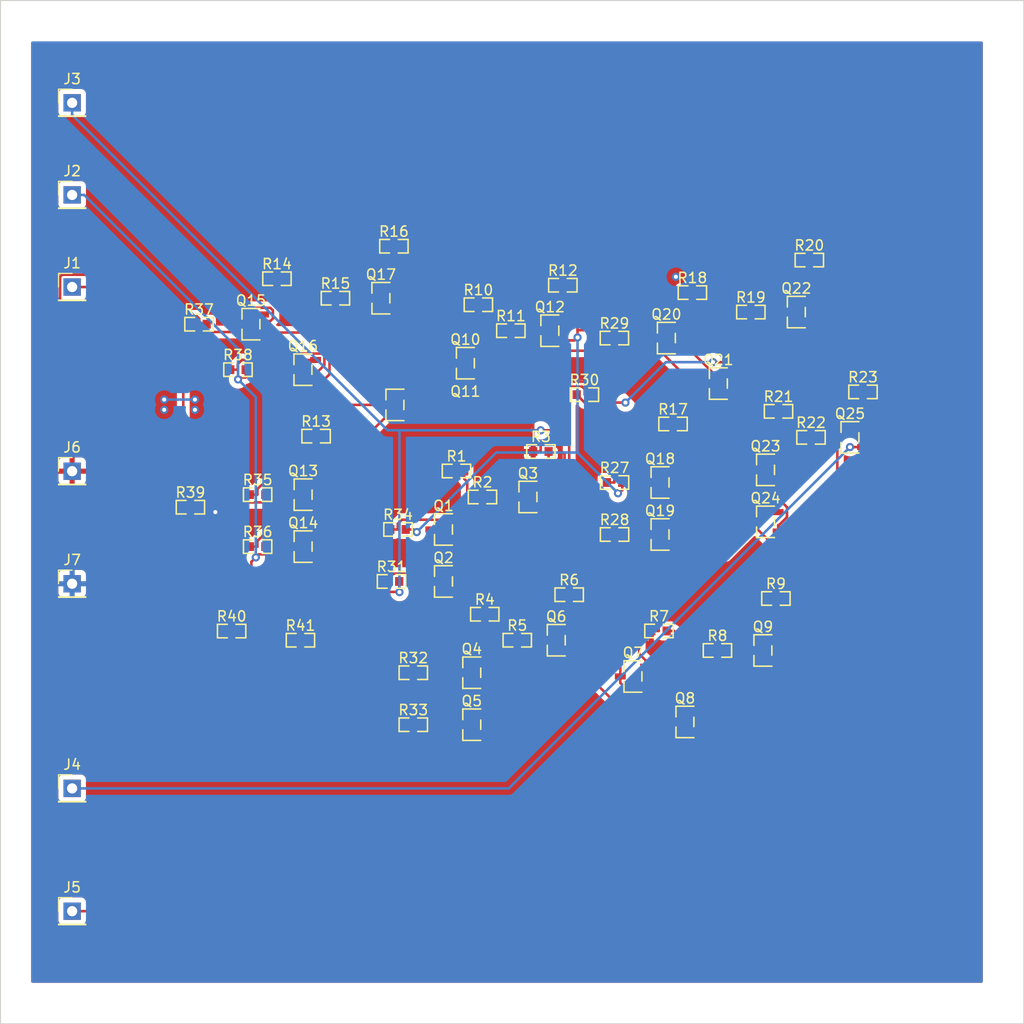
<source format=kicad_pcb>
(kicad_pcb (version 20240108) (generator "pcbnew") (generator_version "8.0")
  (layers (0 "F.Cu" signal) (31 "B.Cu" signal) (34 "B.Paste" user) (35 "F.Paste" user) (36 "B.SilkS" user "B.Silkscreen") (37 "F.SilkS" user "F.Silkscreen") (38 "B.Mask" user) (39 "F.Mask" user) (44 "Edge.Cuts" user))
  (net 0 "")
  (net 1 "Net-(J1-Pin_1)")
  (net 2 "Net-(Q1-B)")
  (net 3 "GND")
  (net 4 "Net-(J3-Pin_1)")
  (net 5 "Net-(Q3-B)")
  (net 6 "Net-(Q4-E)")
  (net 7 "Net-(Q1-C)")
  (net 8 "Net-(Q6-B)")
  (net 9 "Net-(Q1-E)")
  (net 10 "Net-(Q4-C)")
  (net 11 "Net-(Q7-C)")
  (net 12 "Net-(Q9-B)")
  (net 13 "Net-(Q10-C)")
  (net 14 "Net-(Q11-B)")
  (net 15 "Net-(Q10-E)")
  (net 16 "Net-(Q12-B)")
  (net 17 "Net-(Q13-E)")
  (net 18 "Net-(Q15-C)")
  (net 19 "Net-(Q17-B)")
  (net 20 "Net-(Q22-B)")
  (net 21 "Net-(Q23-C)")
  (net 22 "Net-(Q20-C)")
  (net 23 "Net-(Q23-E)")
  (net 24 "Net-(Q22-C)")
  (net 25 "+5V")
  (net 26 "Net-(Q25-B)")
  (net 27 "Net-(Q10-B)")
  (net 28 "Net-(J2-Pin_1)")
  (net 29 "Net-(Q18-C)")
  (net 30 "Net-(Q18-E)")
  (net 31 "Net-(J4-Pin_1)")
  (net 32 "Net-(J5-Pin_1)")
  (net 33 "Net-(Q2-B)")
  (net 34 "Net-(Q4-B)")
  (net 35 "Net-(Q5-B)")
  (net 36 "Net-(Q12-C)")
  (net 37 "Net-(Q13-B)")
  (net 38 "Net-(Q14-B)")
  (net 39 "Net-(Q15-B)")
  (net 40 "Net-(Q16-B)")
  (net 41 "Net-(Q18-B)")
  (net 42 "Net-(Q19-B)")
  (net 43 "Net-(Q20-B)")
  (net 44 "Net-(Q21-B)")
  (net 45 "/ORa")
  (net 46 "/ORb")
  (footprint "R0603:R0603" (layer "F.Cu") (at 79.065 59.52)
    (property "Reference" "R30")
    (property "Value" "10k")
  )
  (footprint "SOT-23-3_L2.9-W1.6-P1.90-LS2.8-BR:SOT-23-3_L2.9-W1.6-P1.90-LS2.8-BR" (layer "F.Cu") (at 76.3115 83.52)
    (property "Reference" "Q6")
    (property "Value" "NPN")
  )
  (footprint "R0603:R0603" (layer "F.Cu") (at 82.0115 68.105)
    (property "Reference" "R27")
    (property "Value" "10k")
  )
  (footprint "SOT-23-3_L2.9-W1.6-P1.90-LS2.8-BR:SOT-23-3_L2.9-W1.6-P1.90-LS2.8-BR" (layer "F.Cu") (at 51.5565 57.08)
    (property "Reference" "Q16")
    (property "Value" "NPN")
  )
  (footprint "R0603:R0603" (layer "F.Cu") (at 47.128 69.29)
    (property "Reference" "R35")
    (property "Value" "10k")
  )
  (footprint "SOT-23-3_L2.9-W1.6-P1.90-LS2.8-BR:SOT-23-3_L2.9-W1.6-P1.90-LS2.8-BR" (layer "F.Cu") (at 67.4315 56.445)
    (property "Reference" "Q10")
    (property "Value" "NPN")
  )
  (footprint "R0603:R0603" (layer "F.Cu") (at 74.8115 65.075)
    (property "Reference" "R3")
    (property "Value" "3k")
  )
  (footprint "SOT-23-3_L2.9-W1.6-P1.90-LS2.8-BR:SOT-23-3_L2.9-W1.6-P1.90-LS2.8-BR" (layer "F.Cu") (at 60.5465 60.52)
    (property "Reference" "Q11")
    (property "Value" "NPN")
  )
  (footprint "SOT-23-3_L2.9-W1.6-P1.90-LS2.8-BR:SOT-23-3_L2.9-W1.6-P1.90-LS2.8-BR" (layer "F.Cu") (at 51.573 74.37)
    (property "Reference" "Q14")
    (property "Value" "NPN")
  )
  (footprint "SOT-23-3_L2.9-W1.6-P1.90-LS2.8-BR:SOT-23-3_L2.9-W1.6-P1.90-LS2.8-BR" (layer "F.Cu") (at 51.573 69.29)
    (property "Reference" "Q13")
    (property "Value" "NPN")
  )
  (footprint "R0603:R0603" (layer "F.Cu") (at 101.045 46.37)
    (property "Reference" "R20")
    (property "Value" "3k")
  )
  (footprint "R0603:R0603" (layer "F.Cu") (at 68.7015 50.73)
    (property "Reference" "R10")
    (property "Value" "3k")
  )
  (footprint "SOT-23-3_L2.9-W1.6-P1.90-LS2.8-BR:SOT-23-3_L2.9-W1.6-P1.90-LS2.8-BR" (layer "F.Cu") (at 83.81 87.06)
    (property "Reference" "Q7")
    (property "Value" "NPN")
  )
  (footprint "SOT-23-3_L2.9-W1.6-P1.90-LS2.8-BR:SOT-23-3_L2.9-W1.6-P1.90-LS2.8-BR" (layer "F.Cu") (at 96.765 66.87)
    (property "Reference" "Q23")
    (property "Value" "NPN")
  )
  (footprint "SOT-23-3_L2.9-W1.6-P1.90-LS2.8-BR:SOT-23-3_L2.9-W1.6-P1.90-LS2.8-BR" (layer "F.Cu") (at 65.2915 77.775)
    (property "Reference" "Q2")
    (property "Value" "NPN")
  )
  (footprint "R0603:R0603" (layer "F.Cu") (at 60.4465 45.015)
    (property "Reference" "R16")
    (property "Value" "3k")
  )
  (footprint "SOT-23-3_L2.9-W1.6-P1.90-LS2.8-BR:SOT-23-3_L2.9-W1.6-P1.90-LS2.8-BR" (layer "F.Cu") (at 68.0565 86.695)
    (property "Reference" "Q4")
    (property "Value" "NPN")
  )
  (footprint "R0603:R0603" (layer "F.Cu") (at 106.29 59.25)
    (property "Reference" "R23")
    (property "Value" "3k")
  )
  (footprint "SOT-23-3_L2.9-W1.6-P1.90-LS2.8-BR:SOT-23-3_L2.9-W1.6-P1.90-LS2.8-BR" (layer "F.Cu") (at 96.51 84.52)
    (property "Reference" "Q9")
    (property "Value" "NPN")
  )
  (footprint "R0603:R0603" (layer "F.Cu") (at 66.5615 66.98)
    (property "Reference" "R1")
    (property "Value" "3k")
  )
  (footprint "Connector_PinHeader_2.54mm:PinHeader_1x01_P2.54mm_Vertical" (layer "F.Cu") (at 29 40)
    (property "Reference" "J2")
    (property "Value" "B")
  )
  (footprint "R0603:R0603" (layer "F.Cu") (at 72.5015 83.52)
    (property "Reference" "R5")
    (property "Value" "1k")
  )
  (footprint "Connector_PinHeader_2.54mm:PinHeader_1x01_P2.54mm_Vertical" (layer "F.Cu") (at 29 67)
    (property "Reference" "J6")
    (property "Value" "5V")
  )
  (footprint "R0603:R0603" (layer "F.Cu") (at 44.588 82.625)
    (property "Reference" "R40")
    (property "Value" "50k")
  )
  (footprint "Connector_PinHeader_2.54mm:PinHeader_1x01_P2.54mm_Vertical" (layer "F.Cu") (at 29 49)
    (property "Reference" "J1")
    (property "Value" "A")
  )
  (footprint "R0603:R0603" (layer "F.Cu") (at 101.21 63.695)
    (property "Reference" "R22")
    (property "Value" "3k")
  )
  (footprint "SOT-23-3_L2.9-W1.6-P1.90-LS2.8-BR:SOT-23-3_L2.9-W1.6-P1.90-LS2.8-BR" (layer "F.Cu") (at 105.02 63.695)
    (property "Reference" "Q25")
    (property "Value" "NPN")
  )
  (footprint "SOT-23-3_L2.9-W1.6-P1.90-LS2.8-BR:SOT-23-3_L2.9-W1.6-P1.90-LS2.8-BR" (layer "F.Cu") (at 75.6865 53.27)
    (property "Reference" "Q12")
    (property "Value" "NPN")
  )
  (footprint "R0603:R0603" (layer "F.Cu") (at 60.2115 77.775)
    (property "Reference" "R31")
    (property "Value" "10k")
  )
  (footprint "R0603:R0603" (layer "F.Cu") (at 52.843 63.575)
    (property "Reference" "R13")
    (property "Value" "3k")
  )
  (footprint "R0603:R0603" (layer "F.Cu") (at 62.3415 91.775)
    (property "Reference" "R33")
    (property "Value" "10k")
  )
  (footprint "R0603:R0603" (layer "F.Cu") (at 62.3415 86.695)
    (property "Reference" "R32")
    (property "Value" "10k")
  )
  (footprint "R0603:R0603" (layer "F.Cu") (at 45.2065 57.08)
    (property "Reference" "R38")
    (property "Value" "10k")
  )
  (footprint "Connector_PinHeader_2.54mm:PinHeader_1x01_P2.54mm_Vertical" (layer "F.Cu") (at 29 110)
    (property "Reference" "J5")
    (property "Value" "CARRY OUT")
  )
  (footprint "R0603:R0603" (layer "F.Cu") (at 98.035 61.15)
    (property "Reference" "R21")
    (property "Value" "3k")
  )
  (footprint "R0603:R0603" (layer "F.Cu") (at 41.3965 52.635)
    (property "Reference" "R37")
    (property "Value" "10k")
  )
  (footprint "Connector_PinHeader_2.54mm:PinHeader_1x01_P2.54mm_Vertical" (layer "F.Cu") (at 29 78)
    (property "Reference" "J7")
    (property "Value" "GROUND")
  )
  (footprint "R0603:R0603" (layer "F.Cu") (at 87.7265 62.385)
    (property "Reference" "R17")
    (property "Value" "3k")
  )
  (footprint "R0603:R0603" (layer "F.Cu") (at 81.995 53.99)
    (property "Reference" "R29")
    (property "Value" "10k")
  )
  (footprint "R0603:R0603" (layer "F.Cu") (at 89.615 49.545)
    (property "Reference" "R18")
    (property "Value" "3k")
  )
  (footprint "R0603:R0603" (layer "F.Cu") (at 40.558 70.52)
    (property "Reference" "R39")
    (property "Value" "50k")
  )
  (footprint "R0603:R0603" (layer "F.Cu") (at 71.8765 53.27)
    (property "Reference" "R11")
    (property "Value" "3k")
  )
  (footprint "Connector_PinHeader_2.54mm:PinHeader_1x01_P2.54mm_Vertical" (layer "F.Cu") (at 29 98)
    (property "Reference" "J4")
    (property "Value" "OUTPUT")
  )
  (footprint "R0603:R0603" (layer "F.Cu") (at 60.8465 72.695)
    (property "Reference" "R34")
    (property "Value" "10k")
  )
  (footprint "R0603:R0603" (layer "F.Cu") (at 51.3115 83.52)
    (property "Reference" "R41")
    (property "Value" "50k")
  )
  (footprint "R0603:R0603" (layer "F.Cu") (at 92.065 84.52)
    (property "Reference" "R8")
    (property "Value" "3k")
  )
  (footprint "R0603:R0603" (layer "F.Cu") (at 49.0165 48.19)
    (property "Reference" "R14")
    (property "Value" "3k")
  )
  (footprint "SOT-23-3_L2.9-W1.6-P1.90-LS2.8-BR:SOT-23-3_L2.9-W1.6-P1.90-LS2.8-BR" (layer "F.Cu") (at 65.2915 72.695)
    (property "Reference" "Q1")
    (property "Value" "NPN")
  )
  (footprint "R0603:R0603" (layer "F.Cu") (at 82.0115 73.185)
    (property "Reference" "R28")
    (property "Value" "10k")
  )
  (footprint "R0603:R0603" (layer "F.Cu") (at 95.33 51.45)
    (property "Reference" "R19")
    (property "Value" "3k")
  )
  (footprint "SOT-23-3_L2.9-W1.6-P1.90-LS2.8-BR:SOT-23-3_L2.9-W1.6-P1.90-LS2.8-BR" (layer "F.Cu") (at 68.0565 91.775)
    (property "Reference" "Q5")
    (property "Value" "NPN")
  )
  (footprint "SOT-23-3_L2.9-W1.6-P1.90-LS2.8-BR:SOT-23-3_L2.9-W1.6-P1.90-LS2.8-BR" (layer "F.Cu") (at 92.155 58.435)
    (property "Reference" "Q21")
    (property "Value" "NPN")
  )
  (footprint "R0603:R0603" (layer "F.Cu") (at 97.78 79.44)
    (property "Reference" "R9")
    (property "Value" "3k")
  )
  (footprint "R0603:R0603" (layer "F.Cu") (at 69.1015 69.52)
    (property "Reference" "R2")
    (property "Value" "1k")
  )
  (footprint "SOT-23-3_L2.9-W1.6-P1.90-LS2.8-BR:SOT-23-3_L2.9-W1.6-P1.90-LS2.8-BR" (layer "F.Cu") (at 99.775 51.45)
    (property "Reference" "Q22")
    (property "Value" "NPN")
  )
  (footprint "SOT-23-3_L2.9-W1.6-P1.90-LS2.8-BR:SOT-23-3_L2.9-W1.6-P1.90-LS2.8-BR" (layer "F.Cu") (at 96.765 71.95)
    (property "Reference" "Q24")
    (property "Value" "NPN")
  )
  (footprint "R0603:R0603" (layer "F.Cu") (at 47.128 74.37)
    (property "Reference" "R36")
    (property "Value" "10k")
  )
  (footprint "SOT-23-3_L2.9-W1.6-P1.90-LS2.8-BR:SOT-23-3_L2.9-W1.6-P1.90-LS2.8-BR" (layer "F.Cu") (at 86.4565 73.185)
    (property "Reference" "Q19")
    (property "Value" "NPN")
  )
  (footprint "R0603:R0603" (layer "F.Cu") (at 86.35 82.615)
    (property "Reference" "R7")
    (property "Value" "3k")
  )
  (footprint "SOT-23-3_L2.9-W1.6-P1.90-LS2.8-BR:SOT-23-3_L2.9-W1.6-P1.90-LS2.8-BR" (layer "F.Cu") (at 88.89 91.505)
    (property "Reference" "Q8")
    (property "Value" "NPN")
  )
  (footprint "R0603:R0603" (layer "F.Cu") (at 54.7315 50.095)
    (property "Reference" "R15")
    (property "Value" "3k")
  )
  (footprint "R0603:R0603" (layer "F.Cu") (at 69.3265 80.98)
    (property "Reference" "R4")
    (property "Value" "1k")
  )
  (footprint "SOT-23-3_L2.9-W1.6-P1.90-LS2.8-BR:SOT-23-3_L2.9-W1.6-P1.90-LS2.8-BR" (layer "F.Cu") (at 59.1765 50.095)
    (property "Reference" "Q17")
    (property "Value" "NPN")
  )
  (footprint "Connector_PinHeader_2.54mm:PinHeader_1x01_P2.54mm_Vertical" (layer "F.Cu") (at 29 31)
    (property "Reference" "J3")
    (property "Value" "C")
  )
  (footprint "R0603:R0603" (layer "F.Cu") (at 76.9565 48.825)
    (property "Reference" "R12")
    (property "Value" "3k")
  )
  (footprint "SOT-23-3_L2.9-W1.6-P1.90-LS2.8-BR:SOT-23-3_L2.9-W1.6-P1.90-LS2.8-BR" (layer "F.Cu") (at 46.4765 52.635)
    (property "Reference" "Q15")
    (property "Value" "NPN")
  )
  (footprint "SOT-23-3_L2.9-W1.6-P1.90-LS2.8-BR:SOT-23-3_L2.9-W1.6-P1.90-LS2.8-BR" (layer "F.Cu") (at 87.075 53.99)
    (property "Reference" "Q20")
    (property "Value" "NPN")
  )
  (footprint "SOT-23-3_L2.9-W1.6-P1.90-LS2.8-BR:SOT-23-3_L2.9-W1.6-P1.90-LS2.8-BR" (layer "F.Cu") (at 73.5465 69.52)
    (property "Reference" "Q3")
    (property "Value" "NPN")
  )
  (footprint "R0603:R0603" (layer "F.Cu") (at 77.5765 79.07)
    (property "Reference" "R6")
    (property "Value" "1k")
  )
  (footprint "SOT-23-3_L2.9-W1.6-P1.90-LS2.8-BR:SOT-23-3_L2.9-W1.6-P1.90-LS2.8-BR" (layer "F.Cu") (at 86.4565 68.105)
    (property "Reference" "Q18")
    (property "Value" "NPN")
  )
  (gr_rect (start 22 21) (end 122 121) (stroke (width 0.1)) (fill none) (layer "Edge.Cuts"))
  (segment (start 41.2024 51.8699) (end 41.4201 52.0876) (width 0.25) (layer "F.Cu") (net 1))
  (segment (start 49.6466 73.7014) (end 51.6037 73.7014) (width 0.25) (layer "F.Cu") (net 1))
  (segment (start 53.0342 72.3059) (end 50.1387 72.3059) (width 0.25) (layer "F.Cu") (net 1))
  (segment (start 53.1784 87.4839) (end 49.4703 83.7758) (width 0.25) (layer "F.Cu") (net 1))
  (segment (start 43.5518 70.0487) (end 43.2644 69.7613) (width 0.25) (layer "F.Cu") (net 1))
  (segment (start 43.2644 69.7613) (end 40.7457 69.7613) (width 0.25) (layer "F.Cu") (net 1))
  (segment (start 49.4703 83.7758) (end 49.4703 73.8777) (width 0.25) (layer "F.Cu") (net 1))
  (segment (start 47.8815 70.0487) (end 43.5518 70.0487) (width 0.25) (layer "F.Cu") (net 1))
  (segment (start 39.8618 52.0988) (end 40.0907 51.8699) (width 0.25) (layer "F.Cu") (net 1))
  (segment (start 51.6037 73.7014) (end 51.9762 74.0739) (width 0.25) (layer "F.Cu") (net 1))
  (segment (start 41.4201 52.0876) (end 41.4201 52.635) (width 0.25) (layer "F.Cu") (net 1))
  (segment (start 50.1387 72.3059) (end 47.8815 70.0487) (width 0.25) (layer "F.Cu") (net 1))
  (segment (start 53.6767 73.9029) (end 53.6767 72.9484) (width 0.25) (layer "F.Cu") (net 1))
  (segment (start 53.6767 72.9484) (end 53.0342 72.3059) (width 0.25) (layer "F.Cu") (net 1))
  (segment (start 39.8618 68.8774) (end 39.8618 52.0988) (width 0.25) (layer "F.Cu") (net 1))
  (segment (start 40.7457 69.7613) (end 40.5345 69.9725) (width 0.25) (layer "F.Cu") (net 1))
  (segment (start 40.0907 51.8699) (end 41.2024 51.8699) (width 0.25) (layer "F.Cu") (net 1))
  (segment (start 40.7457 69.7613) (end 39.8618 68.8774) (width 0.25) (layer "F.Cu") (net 1))
  (segment (start 62.3061 87.4839) (end 53.1784 87.4839) (width 0.25) (layer "F.Cu") (net 1))
  (segment (start 47.8815 69.29) (end 47.8815 70.0487) (width 0.25) (layer "F.Cu") (net 1))
  (segment (start 29 49) (end 36.763 49) (width 0.25) (layer "F.Cu") (net 1))
  (segment (start 51.9762 74.0739) (end 53.5057 74.0739) (width 0.25) (layer "F.Cu") (net 1))
  (segment (start 42.15 52.635) (end 41.4201 52.635) (width 0.25) (layer "F.Cu") (net 1))
  (segment (start 49.4703 73.8777) (end 49.6466 73.7014) (width 0.25) (layer "F.Cu") (net 1))
  (segment (start 53.5057 74.0739) (end 53.6767 73.9029) (width 0.25) (layer "F.Cu") (net 1))
  (segment (start 40.5345 69.9725) (end 40.5345 70.52) (width 0.25) (layer "F.Cu") (net 1))
  (segment (start 36.763 49) (end 39.8618 52.0988) (width 0.25) (layer "F.Cu") (net 1))
  (segment (start 63.095 86.695) (end 62.3061 87.4839) (width 0.25) (layer "F.Cu") (net 1))
  (segment (start 39.8045 70.52) (end 40.5345 70.52) (width 0.25) (layer "F.Cu") (net 1))
  (segment (start 65.6648 71.745) (end 61.2255 71.745) (width 0.25) (layer "F.Cu") (net 2))
  (segment (start 61.2255 71.745) (end 60.823 72.1475) (width 0.25) (layer "F.Cu") (net 2))
  (segment (start 60.093 72.695) (end 60.823 72.695) (width 0.25) (layer "F.Cu") (net 2))
  (segment (start 66.5265 71.745) (end 65.6648 71.745) (width 0.25) (layer "F.Cu") (net 2))
  (segment (start 60.823 72.1475) (end 60.823 72.695) (width 0.25) (layer "F.Cu") (net 2))
  (segment (start 90.5266 91.505) (end 89.2392 91.505) (width 0.25) (layer "F.Cu") (net 3))
  (segment (start 53.1932 60.52) (end 59.3115 60.52) (width 0.25) (layer "F.Cu") (net 3))
  (segment (start 90.92 58.435) (end 90.92 59.0617) (width 0.25) (layer "F.Cu") (net 3))
  (segment (start 38.4796 78) (end 43.1046 82.625) (width 0.25) (layer "F.Cu") (net 3))
  (segment (start 70.3265 58.0217) (end 67.9543 58.0217) (width 0.25) (layer "F.Cu") (net 3))
  (segment (start 46.2159 51.0339) (end 45.2415 52.0083) (width 0.25) (layer "F.Cu") (net 3))
  (segment (start 70.1532 85.2908) (end 70.1532 86.1804) (width 0.25) (layer "F.Cu") (net 3))
  (segment (start 63.3865 55.8183) (end 63.2123 55.9925) (width 0.25) (layer "F.Cu") (net 3))
  (segment (start 75.7822 55.2274) (end 74.4515 53.8967) (width 0.25) (layer "F.Cu") (net 3))
  (segment (start 51.6392 58.966) (end 51.6392 57.8852) (width 0.25) (layer "F.Cu") (net 3))
  (segment (start 67.118 93.3517) (end 69.9744 93.3517) (width 0.25) (layer "F.Cu") (net 3))
  (segment (start 43.8345 82.625) (end 43.1046 82.625) (width 0.25) (layer "F.Cu") (net 3))
  (segment (start 50.923 75.5817) (end 50.338 74.9967) (width 0.25) (layer "F.Cu") (net 3))
  (segment (start 53.0653 57.215) (end 53.6532 56.6271) (width 0.25) (layer "F.Cu") (net 3))
  (segment (start 90.9886 91.043) (end 90.5266 91.505) (width 0.25) (layer "F.Cu") (net 3))
  (segment (start 64.1994 77.1483) (end 66.3436 75.0041) (width 0.25) (layer "F.Cu") (net 3))
  (segment (start 53.6697 68.7754) (end 53.6697 67.2938) (width 0.25) (layer "F.Cu") (net 3))
  (segment (start 85.84 54.6167) (end 89.6583 58.435) (width 0.25) (layer "F.Cu") (net 3))
  (segment (start 72.3115 71.5933) (end 72.3115 70.1467) (width 0.25) (layer "F.Cu") (net 3))
  (segment (start 64.0565 77.775) (end 64.0565 77.1483) (width 0.25) (layer "F.Cu") (net 3))
  (segment (start 50.923 83.6753) (end 51.6491 84.4014) (width 0.25) (layer "F.Cu") (net 3))
  (segment (start 103.785 68.4237) (end 103.785 63.695) (width 0.25) (layer "F.Cu") (net 3))
  (segment (start 48.3208 55.5033) (end 46.8498 54.0323) (width 0.25) (layer "F.Cu") (net 3))
  (segment (start 57.9415 50.095) (end 57.9415 50.7217) (width 0.25) (layer "F.Cu") (net 3))
  (segment (start 51.6491 84.4014) (end 69.2638 84.4014) (width 0.25) (layer "F.Cu") (net 3))
  (segment (start 76.3467 80.886) (end 77.553 79.6797) (width 0.25) (layer "F.Cu") (net 3))
  (segment (start 70.1532 86.1804) (end 69.9619 86.3717) (width 0.25) (layer "F.Cu") (net 3))
  (segment (start 54.4472 93.0552) (end 66.8215 93.0552) (width 0.25) (layer "F.Cu") (net 3))
  (segment (start 78.7954 78.2363) (end 77.553 78.2363) (width 0.25) (layer "F.Cu") (net 3))
  (segment (start 92.0415 83.9694) (end 92.2688 83.7421) (width 0.25) (layer "F.Cu") (net 3))
  (segment (start 92.2688 83.7421) (end 95.1238 83.7421) (width 0.25) (layer "F.Cu") (net 3))
  (segment (start 89.3876 93.0817) (end 90.7954 93.0817) (width 0.25) (layer "F.Cu") (net 3))
  (segment (start 53.1932 60.52) (end 51.6392 58.966) (width 0.25) (layer "F.Cu") (net 3))
  (segment (start 74.5417 80.886) (end 76.3467 80.886) (width 0.25) (layer "F.Cu") (net 3))
  (segment (start 71.6108 72.294) (end 72.3115 71.5933) (width 0.25) (layer "F.Cu") (net 3))
  (segment (start 48.3698 51.0339) (end 46.2159 51.0339) (width 0.25) (layer "F.Cu") (net 3))
  (segment (start 66.8215 91.775) (end 66.8215 92.4017) (width 0.25) (layer "F.Cu") (net 3))
  (segment (start 74.9011 84.3221) (end 72.7377 84.3221) (width 0.25) (layer "F.Cu") (net 3))
  (segment (start 72.3115 69.52) (end 72.3115 70.1467) (width 0.25) (layer "F.Cu") (net 3))
  (segment (start 52.2194 70.9986) (end 51.9425 70.7217) (width 0.25) (layer "F.Cu") (net 3))
  (segment (start 69.9744 93.3517) (end 70.6652 92.6609) (width 0.25) (layer "F.Cu") (net 3))
  (segment (start 67.9543 58.0217) (end 67.4503 57.5177) (width 0.25) (layer "F.Cu") (net 3))
  (segment (start 72.7377 86.2028) (end 72.7377 84.3221) (width 0.25) (layer "F.Cu") (net 3))
  (segment (start 44.5645 82.625) (end 44.5645 83.1725) (width 0.25) (layer "F.Cu") (net 3))
  (segment (start 66.8215 93.0552) (end 67.118 93.3517) (width 0.25) (layer "F.Cu") (net 3))
  (segment (start 50.923 75.9467) (end 50.923 75.5817) (width 0.25) (layer "F.Cu") (net 3))
  (segment (start 72.5251 82.9026) (end 74.5417 80.886) (width 0.25) (layer "F.Cu") (net 3))
  (segment (start 89.2392 91.505) (end 87.655 91.505) (width 0.25) (layer "F.Cu") (net 3))
  (segment (start 95.881 72.5767) (end 95.53 72.5767) (width 0.25) (layer "F.Cu") (net 3))
  (segment (start 68.9007 75.0041) (end 71.6108 72.294) (width 0.25) (layer "F.Cu") (net 3))
  (segment (start 45.2415 52.635) (end 45.2415 52.0083) (width 0.25) (layer "F.Cu") (net 3))
  (segment (start 54.6317 74.8484) (end 54.6317 72.597) (width 0.25) (layer "F.Cu") (net 3))
  (segment (start 50.8609 64.485) (end 50.8609 62.8523) (width 0.25) (layer "F.Cu") (net 3))
  (segment (start 85.84 53.99) (end 85.84 54.6167) (width 0.25) (layer "F.Cu") (net 3))
  (segment (start 72.5251 84.1095) (end 72.5251 82.9026) (width 0.25) (layer "F.Cu") (net 3))
  (segment (start 77.553 78.2363) (end 71.6108 72.294) (width 0.25) (layer "F.Cu") (net 3))
  (segment (start 66.9182 55.8183) (end 63.3865 55.8183) (width 0.25) (layer "F.Cu") (net 3))
  (segment (start 74.4515 53.27) (end 74.4515 53.8967) (width 0.25) (layer "F.Cu") (net 3))
  (segment (start 95.53 71.95) (end 95.53 72.5767) (width 0.25) (layer "F.Cu") (net 3))
  (segment (start 70.6652 92.6609) (end 70.6652 88.2753) (width 0.25) (layer "F.Cu") (net 3))
  (segment (start 54.6317 72.597) (end 53.0333 70.9986) (width 0.25) (layer "F.Cu") (net 3))
  (segment (start 85.2215 73.185) (end 85.2215 73.8117) (width 0.25) (layer "F.Cu") (net 3))
  (segment (start 97.7565 74.4522) (end 103.785 68.4237) (width 0.25) (layer "F.Cu") (net 3))
  (segment (start 53.5334 75.9467) (end 54.6317 74.8484) (width 0.25) (layer "F.Cu") (net 3))
  (segment (start 46.8498 53.1496) (end 47.6733 52.3261) (width 0.25) (layer "F.Cu") (net 3))
  (segment (start 90.92 59.0617) (end 91.87 60.0117) (width 0.25) (layer "F.Cu") (net 3))
  (segment (start 72.7377 84.3221) (end 72.5251 84.1095) (width 0.25) (layer "F.Cu") (net 3))
  (segment (start 82.575 87.6867) (end 84.8166 89.9283) (width 0.25) (layer "F.Cu") (net 3))
  (segment (start 68.4224 87.1575) (end 68.4224 88.073) (width 0.25) (layer "F.Cu") (net 3))
  (segment (start 59.3115 60.52) (end 59.3115 59.8933) (width 0.25) (layer "F.Cu") (net 3))
  (segment (start 50.923 75.9467) (end 50.923 83.52) (width 0.25) (layer "F.Cu") (net 3))
  (segment (start 47.6733 52.3261) (end 48.3743 52.3261) (width 0.25) (layer "F.Cu") (net 3))
  (segment (start 70.6652 88.2753) (end 72.7377 86.2028) (width 0.25) (layer "F.Cu") (net 3))
  (segment (start 43.8345 82.625) (end 44.5645 82.625) (width 0.25) (layer "F.Cu") (net 3))
  (segment (start 68.6247 88.2753) (end 70.6652 88.2753) (width 0.25) (layer "F.Cu") (net 3))
  (segment (start 98.54 55.54) (end 98.54 51.45) (width 0.25) (layer "F.Cu") (net 3))
  (segment (start 29 78) (end 30.1767 78) (width 0.25) (layer "F.Cu") (net 3))
  (segment (start 69.9619 86.3717) (end 69.2082 86.3717) (width 0.25) (layer "F.Cu") (net 3))
  (segment (start 91.87 60.0117) (end 94.0683 60.0117) (width 0.25) (layer "F.Cu") (net 3))
  (segment (start 30.1767 78) (end 38.4796 78) (width 0.25) (layer "F.Cu") (net 3))
  (segment (start 44.5645 83.1725) (end 54.4472 93.0552) (width 0.25) (layer "F.Cu") (net 3))
  (segment (start 95.275 84.52) (end 95.275 83.8933) (width 0.25) (layer "F.Cu") (net 3))
  (segment (start 89.2392 92.9333) (end 89.3876 93.0817) (width 0.25) (layer "F.Cu") (net 3))
  (segment (start 97.7565 81.1094) (end 97.7565 74.4522) (width 0.25) (layer "F.Cu") (net 3))
  (segment (start 90.9886 90.1215) (end 90.9886 91.043) (width 0.25) (layer "F.Cu") (net 3))
  (segment (start 69.2638 84.4014) (end 70.1532 85.2908) (width 0.25) (layer "F.Cu") (net 3))
  (segment (start 67.4503 57.5177) (end 67.4503 56.3504) (width 0.25) (layer "F.Cu") (net 3))
  (segment (start 67.4503 56.3504) (end 66.9182 55.8183) (width 0.25) (layer "F.Cu") (net 3))
  (segment (start 75.0765 84.1467) (end 74.9011 84.3221) (width 0.25) (layer "F.Cu") (net 3))
  (segment (start 82.575 87.06) (end 82.575 87.6867) (width 0.25) (layer "F.Cu") (net 3))
  (segment (start 42.52 70.52) (end 43 71) (width 0.25) (layer "F.Cu") (net 3))
  (segment (start 48.6208 51.2849) (end 48.3698 51.0339) (width 0.25) (layer "F.Cu") (net 3))
  (segment (start 51.9425 70.7217) (end 51.9425 69.7489) (width 0.25) (layer "F.Cu") (net 3))
  (segment (start 41.3115 70.52) (end 42.52 70.52) (width 0.25) (layer "F.Cu") (net 3))
  (segment (start 69.2082 86.3717) (end 68.4224 87.1575) (width 0.25) (layer "F.Cu") (net 3))
  (segment (start 50.3215 57.7067) (end 51.4607 57.7067) (width 0.25) (layer "F.Cu") (net 3))
  (segment (start 85.2215 73.8117) (end 86.625 75.2152) (width 0.25) (layer "F.Cu") (net 3))
  (segment (start 63.2123 55.9925) (end 59.3115 59.8933) (width 0.25) (layer "F.Cu") (net 3))
  (segment (start 95.1238 83.7421) (end 97.7565 81.1094) (width 0.25) (layer "F.Cu") (net 3))
  (segment (start 75.0765 83.52) (end 75.0765 84.1467) (width 0.25) (layer "F.Cu") (net 3))
  (segment (start 89.6583 58.435) (end 90.92 58.435) (width 0.25) (layer "F.Cu") (net 3))
  (segment (start 97.7565 74.4522) (end 95.881 72.5767) (width 0.25) (layer "F.Cu") (net 3))
  (segment (start 77.553 79.6797) (end 77.553 78.2363) (width 0.25) (layer "F.Cu") (net 3))
  (segment (start 46.8498 54.0323) (end 46.8498 53.1496) (width 0.25) (layer "F.Cu") (net 3))
  (segment (start 50.558 83.52) (end 50.923 83.52) (width 0.25) (layer "F.Cu") (net 3))
  (segment (start 66.3436 75.0041) (end 68.9007 75.0041) (width 0.25) (layer "F.Cu") (net 3))
  (segment (start 50.8609 62.8523) (end 53.1932 60.52) (width 0.25) (layer "F.Cu") (net 3))
  (segment (start 66.8215 93.0552) (end 66.8215 92.4017) (width 0.25) (layer "F.Cu") (net 3))
  (segment (start 53.4784 68.9667) (end 53.6697 68.7754) (width 0.25) (layer "F.Cu") (net 3))
  (segment (start 57.9415 50.7217) (end 63.2123 55.9925) (width 0.25) (layer "F.Cu") (net 3))
  (segment (start 50.923 83.52) (end 50.923 83.6753) (width 0.25) (layer "F.Cu") (net 3))
  (segment (start 53.4619 55.5033) (end 48.3208 55.5033) (width 0.25) (layer "F.Cu") (net 3))
  (segment (start 92.0415 91.8356) (end 92.0415 83.9694) (width 0.25) (layer "F.Cu") (net 3))
  (segment (start 48.3743 52.3261) (end 48.6208 52.0796) (width 0.25) (layer "F.Cu") (net 3))
  (segment (start 53.0333 70.9986) (end 52.2194 70.9986) (width 0.25) (layer "F.Cu") (net 3))
  (segment (start 50.338 74.37) (end 50.338 74.9967) (width 0.25) (layer "F.Cu") (net 3))
  (segment (start 95.1238 83.7421) (end 95.275 83.8933) (width 0.25) (layer "F.Cu") (net 3))
  (segment (start 51.4607 57.7067) (end 51.6392 57.8852) (width 0.25) (layer "F.Cu") (net 3))
  (segment (start 94.0683 60.0117) (end 98.54 55.54) (width 0.25) (layer "F.Cu") (net 3))
  (segment (start 82.575 87.06) (end 82.575 82.0159) (width 0.25) (layer "F.Cu") (net 3))
  (segment (start 51.9425 69.7489) (end 52.7247 68.9667) (width 0.25) (layer "F.Cu") (net 3))
  (segment (start 92.8915 75.2152) (end 95.53 72.5767) (width 0.25) (layer "F.Cu") (net 3))
  (segment (start 50.3215 57.08) (end 50.3215 57.7067) (width 0.25) (layer "F.Cu") (net 3))
  (segment (start 90.7954 89.9283) (end 90.9886 90.1215) (width 0.25) (layer "F.Cu") (net 3))
  (segment (start 68.4224 88.073) (end 68.6247 88.2753) (width 0.25) (layer "F.Cu") (net 3))
  (segment (start 85.2293 55.2274) (end 75.7822 55.2274) (width 0.25) (layer "F.Cu") (net 3))
  (segment (start 84.8166 89.9283) (end 90.7954 89.9283) (width 0.25) (layer "F.Cu") (net 3))
  (segment (start 48.6208 52.0796) (end 48.6208 51.2849) (width 0.25) (layer "F.Cu") (net 3))
  (segment (start 52.7247 68.9667) (end 53.4784 68.9667) (width 0.25) (layer "F.Cu") (net 3))
  (segment (start 52.3094 57.215) (end 53.0653 57.215) (width 0.25) (layer "F.Cu") (net 3))
  (segment (start 86.625 75.2152) (end 92.8915 75.2152) (width 0.25) (layer "F.Cu") (net 3))
  (segment (start 85.84 54.6167) (end 85.2293 55.2274) (width 0.25) (layer "F.Cu") (net 3))
  (segment (start 74.4515 53.8967) (end 70.3265 58.0217) (width 0.25) (layer "F.Cu") (net 3))
  (segment (start 89.2392 91.505) (end 89.2392 92.9333) (width 0.25) (layer "F.Cu") (net 3))
  (segment (start 64.0565 77.1483) (end 64.1994 77.1483) (width 0.25) (layer "F.Cu") (net 3))
  (segment (start 82.575 82.0159) (end 78.7954 78.2363) (width 0.25) (layer "F.Cu") (net 3))
  (segment (start 53.6532 56.6271) (end 53.6532 55.6946) (width 0.25) (layer "F.Cu") (net 3))
  (segment (start 90.7954 93.0817) (end 92.0415 91.8356) (width 0.25) (layer "F.Cu") (net 3))
  (segment (start 53.6697 67.2938) (end 50.8609 64.485) (width 0.25) (layer "F.Cu") (net 3))
  (segment (start 51.6392 57.8852) (end 52.3094 57.215) (width 0.25) (layer "F.Cu") (net 3))
  (segment (start 50.923 75.9467) (end 53.5334 75.9467) (width 0.25) (layer "F.Cu") (net 3))
  (segment (start 53.6532 55.6946) (end 53.4619 55.5033) (width 0.25) (layer "F.Cu") (net 3))
  (via (at 43 71) (size 0.8) (drill 0.4) (layers "F.Cu" "B.Cu") (net 3))
  (segment (start 78.8494 58.7334) (end 79.0886 58.9726) (width 0.25) (layer "F.Cu") (net 4))
  (segment (start 79.0886 58.9726) (end 79.0886 59.52) (width 0.25) (layer "F.Cu") (net 4))
  (segment (start 79.8185 59.52) (end 79.0886 59.52) (width 0.25) (layer "F.Cu") (net 4))
  (segment (start 60.9814 78.8148) (end 60.9898 78.8148) (width 0.25) (layer "F.Cu") (net 4))
  (segment (start 60.965 77.775) (end 60.965 78.7984) (width 0.25) (layer "F.Cu") (net 4))
  (segment (start 77.5776 58.8846) (end 77.7288 58.7334) (width 0.25) (layer "F.Cu") (net 4))
  (segment (start 60.965 78.7984) (end 60.9814 78.8148) (width 0.25) (layer "F.Cu") (net 4))
  (segment (start 77.5776 63.0012) (end 77.5776 58.8846) (width 0.25) (layer "F.Cu") (net 4))
  (segment (start 77.7288 58.7334) (end 78.8494 58.7334) (width 0.25) (layer "F.Cu") (net 4))
  (segment (start 77.5776 63.0012) (end 74.7952 63.0012) (width 0.25) (layer "F.Cu") (net 4))
  (segment (start 82.765 73.185) (end 77.5776 67.9976) (width 0.25) (layer "F.Cu") (net 4))
  (segment (start 77.5776 67.9976) (end 77.5776 63.0012) (width 0.25) (layer "F.Cu") (net 4))
  (segment (start 57.5166 78.7984) (end 52.795 83.52) (width 0.25) (layer "F.Cu") (net 4))
  (segment (start 60.965 78.7984) (end 57.5166 78.7984) (width 0.25) (layer "F.Cu") (net 4))
  (segment (start 52.065 83.52) (end 52.795 83.52) (width 0.25) (layer "F.Cu") (net 4))
  (via (at 60.9898 78.8148) (size 0.8) (drill 0.4) (layers "F.Cu" "B.Cu") (net 4))
  (via (at 74.7952 63.0012) (size 0.8) (drill 0.4) (layers "F.Cu" "B.Cu") (net 4))
  (segment (start 60.9898 63.0012) (end 74.7952 63.0012) (width 0.25) (layer "B.Cu") (net 4))
  (segment (start 29 32.1767) (end 59.8245 63.0012) (width 0.25) (layer "B.Cu") (net 4))
  (segment (start 59.8245 63.0012) (end 60.9898 63.0012) (width 0.25) (layer "B.Cu") (net 4))
  (segment (start 29 31) (end 29 32.1767) (width 0.25) (layer "B.Cu") (net 4))
  (segment (start 60.9898 63.0012) (end 60.9898 78.8148) (width 0.25) (layer "B.Cu") (net 4))
  (segment (start 74.7815 68.57) (end 71.535 68.57) (width 0.25) (layer "F.Cu") (net 5))
  (segment (start 71.535 68.57) (end 70.585 69.52) (width 0.25) (layer "F.Cu") (net 5))
  (segment (start 69.855 69.52) (end 70.585 69.52) (width 0.25) (layer "F.Cu") (net 5))
  (segment (start 69.7906 90.027) (end 70.1532 90.3896) (width 0.25) (layer "F.Cu") (net 6))
  (segment (start 69.2915 92.725) (end 69.2915 92.0983) (width 0.25) (layer "F.Cu") (net 6))
  (segment (start 66.8215 86.695) (end 66.8215 87.3217) (width 0.25) (layer "F.Cu") (net 6))
  (segment (start 69.5267 90.0269) (end 69.5267 90.027) (width 0.25) (layer "F.Cu") (net 6))
  (segment (start 69.3698 92.0983) (end 69.2915 92.0983) (width 0.25) (layer "F.Cu") (net 6))
  (segment (start 66.8215 87.3217) (end 69.5267 90.0269) (width 0.25) (layer "F.Cu") (net 6))
  (segment (start 69.5267 90.027) (end 69.7906 90.027) (width 0.25) (layer "F.Cu") (net 6))
  (segment (start 70.1532 91.3149) (end 69.3698 92.0983) (width 0.25) (layer "F.Cu") (net 6))
  (segment (start 70.1532 90.3896) (end 70.1532 91.3149) (width 0.25) (layer "F.Cu") (net 6))
  (segment (start 68.348 72.6852) (end 68.348 69.52) (width 0.25) (layer "F.Cu") (net 7))
  (segment (start 67.3882 73.645) (end 68.348 72.6852) (width 0.25) (layer "F.Cu") (net 7))
  (segment (start 68.348 69.52) (end 67.6181 69.52) (width 0.25) (layer "F.Cu") (net 7))
  (segment (start 67.315 66.98) (end 67.315 67.7387) (width 0.25) (layer "F.Cu") (net 7))
  (segment (start 67.6181 68.0418) (end 67.315 67.7387) (width 0.25) (layer "F.Cu") (net 7))
  (segment (start 67.6181 69.52) (end 67.6181 68.0418) (width 0.25) (layer "F.Cu") (net 7))
  (segment (start 66.5265 73.645) (end 67.3882 73.645) (width 0.25) (layer "F.Cu") (net 7))
  (segment (start 73.255 83.52) (end 73.985 83.52) (width 0.25) (layer "F.Cu") (net 8))
  (segment (start 73.985 83.2462) (end 73.985 83.52) (width 0.25) (layer "F.Cu") (net 8))
  (segment (start 77.5465 82.57) (end 74.6612 82.57) (width 0.25) (layer "F.Cu") (net 8))
  (segment (start 74.6612 82.57) (end 73.985 83.2462) (width 0.25) (layer "F.Cu") (net 8))
  (segment (start 65.4649 78.9249) (end 63.2469 78.9249) (width 0.25) (layer "F.Cu") (net 9))
  (segment (start 65.6648 78.725) (end 65.4649 78.9249) (width 0.25) (layer "F.Cu") (net 9))
  (segment (start 62.7284 78.4064) (end 62.7284 74.6498) (width 0.25) (layer "F.Cu") (net 9))
  (segment (start 64.0565 72.695) (end 64.0565 73.3217) (width 0.25) (layer "F.Cu") (net 9))
  (segment (start 62.7284 74.6498) (end 64.0565 73.3217) (width 0.25) (layer "F.Cu") (net 9))
  (segment (start 63.2469 78.9249) (end 62.7284 78.4064) (width 0.25) (layer "F.Cu") (net 9))
  (segment (start 66.5265 78.725) (end 65.6648 78.725) (width 0.25) (layer "F.Cu") (net 9))
  (segment (start 70.08 80.98) (end 70.81 80.98) (width 0.25) (layer "F.Cu") (net 10))
  (segment (start 69.2915 87.645) (end 70.1532 87.645) (width 0.25) (layer "F.Cu") (net 10))
  (segment (start 71.748 83.52) (end 71.748 86.0502) (width 0.25) (layer "F.Cu") (net 10))
  (segment (start 71.748 83.52) (end 71.0181 83.52) (width 0.25) (layer "F.Cu") (net 10))
  (segment (start 71.748 86.0502) (end 70.1532 87.645) (width 0.25) (layer "F.Cu") (net 10))
  (segment (start 71.0181 81.1881) (end 70.81 80.98) (width 0.25) (layer "F.Cu") (net 10))
  (segment (start 71.0181 83.52) (end 71.0181 81.1881) (width 0.25) (layer "F.Cu") (net 10))
  (segment (start 88.9319 85.3266) (end 89.7385 84.52) (width 0.25) (layer "F.Cu") (net 11))
  (segment (start 87.8335 82.615) (end 89.7385 84.52) (width 0.25) (layer "F.Cu") (net 11))
  (segment (start 91.45 91.2807) (end 90.2757 92.455) (width 0.25) (layer "F.Cu") (net 11))
  (segment (start 87.1035 82.615) (end 87.8335 82.615) (width 0.25) (layer "F.Cu") (net 11))
  (segment (start 85.045 87.3833) (end 88.9319 87.3833) (width 0.25) (layer "F.Cu") (net 11))
  (segment (start 88.9319 87.3833) (end 91.45 89.9014) (width 0.25) (layer "F.Cu") (net 11))
  (segment (start 85.045 88.01) (end 85.045 87.3833) (width 0.25) (layer "F.Cu") (net 11))
  (segment (start 91.45 89.9014) (end 91.45 91.2807) (width 0.25) (layer "F.Cu") (net 11))
  (segment (start 90.2757 92.455) (end 90.125 92.455) (width 0.25) (layer "F.Cu") (net 11))
  (segment (start 89.7385 84.52) (end 90.5816 84.52) (width 0.25) (layer "F.Cu") (net 11))
  (segment (start 88.9319 87.3833) (end 88.9319 85.3266) (width 0.25) (layer "F.Cu") (net 11))
  (segment (start 91.3115 84.52) (end 90.5816 84.52) (width 0.25) (layer "F.Cu") (net 11))
  (segment (start 96.1683 85.1467) (end 94.1752 85.1467) (width 0.25) (layer "F.Cu") (net 12))
  (segment (start 97.745 84.1967) (end 97.1183 84.1967) (width 0.25) (layer "F.Cu") (net 12))
  (segment (start 97.1183 84.1967) (end 96.1683 85.1467) (width 0.25) (layer "F.Cu") (net 12))
  (segment (start 92.8185 84.52) (end 93.5485 84.52) (width 0.25) (layer "F.Cu") (net 12))
  (segment (start 97.745 83.57) (end 97.745 84.1967) (width 0.25) (layer "F.Cu") (net 12))
  (segment (start 94.1752 85.1467) (end 93.5485 84.52) (width 0.25) (layer "F.Cu") (net 12))
  (segment (start 70.3931 55.12) (end 70.3931 53.27) (width 0.25) (layer "F.Cu") (net 13))
  (segment (start 71.123 53.27) (end 70.3931 53.27) (width 0.25) (layer "F.Cu") (net 13))
  (segment (start 68.6665 57.395) (end 68.6665 56.7683) (width 0.25) (layer "F.Cu") (net 13))
  (segment (start 68.7448 56.7683) (end 70.3931 55.12) (width 0.25) (layer "F.Cu") (net 13))
  (segment (start 68.6665 56.7683) (end 68.7448 56.7683) (width 0.25) (layer "F.Cu") (net 13))
  (segment (start 70.185 53.0619) (end 70.3931 53.27) (width 0.25) (layer "F.Cu") (net 13))
  (segment (start 69.455 50.73) (end 70.185 50.73) (width 0.25) (layer "F.Cu") (net 13))
  (segment (start 70.185 50.73) (end 70.185 53.0619) (width 0.25) (layer "F.Cu") (net 13))
  (segment (start 61.1548 60.1967) (end 58.5352 62.8163) (width 0.25) (layer "F.Cu") (net 14))
  (segment (start 51.3126 64.196) (end 51.3126 63.0546) (width 0.25) (layer "F.Cu") (net 14))
  (segment (start 54.1422 69.7675) (end 54.1422 67.0256) (width 0.25) (layer "F.Cu") (net 14))
  (segment (start 51.5509 62.8163) (end 53.5965 62.8163) (width 0.25) (layer "F.Cu") (net 14))
  (segment (start 53.6697 70.24) (end 54.1422 69.7675) (width 0.25) (layer "F.Cu") (net 14))
  (segment (start 51.3126 63.0546) (end 51.5509 62.8163) (width 0.25) (layer "F.Cu") (net 14))
  (segment (start 61.7815 59.57) (end 61.7815 60.1967) (width 0.25) (layer "F.Cu") (net 14))
  (segment (start 53.5965 63.575) (end 53.5965 62.8163) (width 0.25) (layer "F.Cu") (net 14))
  (segment (start 61.7815 60.1967) (end 61.1548 60.1967) (width 0.25) (layer "F.Cu") (net 14))
  (segment (start 58.5352 62.8163) (end 53.5965 62.8163) (width 0.25) (layer "F.Cu") (net 14))
  (segment (start 54.1422 67.0256) (end 51.3126 64.196) (width 0.25) (layer "F.Cu") (net 14))
  (segment (start 52.808 70.24) (end 53.6697 70.24) (width 0.25) (layer "F.Cu") (net 14))
  (segment (start 66.1965 56.445) (end 66.1965 57.0717) (width 0.25) (layer "F.Cu") (net 15))
  (segment (start 62.4249 60.8433) (end 61.7815 60.8433) (width 0.25) (layer "F.Cu") (net 15))
  (segment (start 61.7815 61.47) (end 61.7815 60.8433) (width 0.25) (layer "F.Cu") (net 15))
  (segment (start 66.1965 57.0717) (end 62.4249 60.8433) (width 0.25) (layer "F.Cu") (net 15))
  (segment (start 72.63 53.27) (end 73.36 53.27) (width 0.25) (layer "F.Cu") (net 16))
  (segment (start 74.0362 52.32) (end 73.36 52.9962) (width 0.25) (layer "F.Cu") (net 16))
  (segment (start 76.9215 52.32) (end 74.0362 52.32) (width 0.25) (layer "F.Cu") (net 16))
  (segment (start 73.36 52.9962) (end 73.36 53.27) (width 0.25) (layer "F.Cu") (net 16))
  (segment (start 54.1542 74.1179) (end 52.9521 75.32) (width 0.25) (layer "F.Cu") (net 17))
  (segment (start 52.0762 71.6549) (end 53.0364 71.6549) (width 0.25) (layer "F.Cu") (net 17))
  (segment (start 54.1542 72.7727) (end 54.1542 74.1179) (width 0.25) (layer "F.Cu") (net 17))
  (segment (start 52.9521 75.32) (end 52.808 75.32) (width 0.25) (layer "F.Cu") (net 17))
  (segment (start 50.338 69.9167) (end 52.0762 71.6549) (width 0.25) (layer "F.Cu") (net 17))
  (segment (start 53.0364 71.6549) (end 54.1542 72.7727) (width 0.25) (layer "F.Cu") (net 17))
  (segment (start 50.338 69.29) (end 50.338 69.9167) (width 0.25) (layer "F.Cu") (net 17))
  (segment (start 53.978 50.095) (end 53.2481 50.095) (width 0.25) (layer "F.Cu") (net 18))
  (segment (start 49.77 48.19) (end 50.5 48.19) (width 0.25) (layer "F.Cu") (net 18))
  (segment (start 52.0498 53.4487) (end 52.0498 50.4502) (width 0.25) (layer "F.Cu") (net 18))
  (segment (start 52.0498 50.4502) (end 52.405 50.095) (width 0.25) (layer "F.Cu") (net 18))
  (segment (start 48.5732 53.585) (end 48.7095 53.4487) (width 0.25) (layer "F.Cu") (net 18))
  (segment (start 52.405 50.095) (end 53.2481 50.095) (width 0.25) (layer "F.Cu") (net 18))
  (segment (start 54.1549 57.5283) (end 53.6532 58.03) (width 0.25) (layer "F.Cu") (net 18))
  (segment (start 52.0498 53.4487) (end 54.1549 55.5538) (width 0.25) (layer "F.Cu") (net 18))
  (segment (start 47.7115 53.585) (end 48.5732 53.585) (width 0.25) (layer "F.Cu") (net 18))
  (segment (start 50.5 48.19) (end 52.405 50.095) (width 0.25) (layer "F.Cu") (net 18))
  (segment (start 52.7915 58.03) (end 53.6532 58.03) (width 0.25) (layer "F.Cu") (net 18))
  (segment (start 48.7095 53.4487) (end 52.0498 53.4487) (width 0.25) (layer "F.Cu") (net 18))
  (segment (start 54.1549 55.5538) (end 54.1549 57.5283) (width 0.25) (layer "F.Cu") (net 18))
  (segment (start 57.165 49.145) (end 56.215 50.095) (width 0.25) (layer "F.Cu") (net 19))
  (segment (start 55.485 50.095) (end 56.215 50.095) (width 0.25) (layer "F.Cu") (net 19))
  (segment (start 60.4115 49.145) (end 57.165 49.145) (width 0.25) (layer "F.Cu") (net 19))
  (segment (start 101.01 50.5) (end 97.7635 50.5) (width 0.25) (layer "F.Cu") (net 20))
  (segment (start 97.7635 50.5) (end 96.8135 51.45) (width 0.25) (layer "F.Cu") (net 20))
  (segment (start 96.0835 51.45) (end 96.8135 51.45) (width 0.25) (layer "F.Cu") (net 20))
  (segment (start 97.1237 62.8148) (end 97.1237 66.3927) (width 0.25) (layer "F.Cu") (net 21))
  (segment (start 97.9243 67.1933) (end 98 67.1933) (width 0.25) (layer "F.Cu") (net 21))
  (segment (start 98.7885 61.15) (end 97.1237 62.8148) (width 0.25) (layer "F.Cu") (net 21))
  (segment (start 98.0783 67.1933) (end 100.4565 64.8151) (width 0.25) (layer "F.Cu") (net 21))
  (segment (start 98 67.82) (end 98 67.1933) (width 0.25) (layer "F.Cu") (net 21))
  (segment (start 97.1237 66.3927) (end 97.9243 67.1933) (width 0.25) (layer "F.Cu") (net 21))
  (segment (start 98 67.1933) (end 98.0783 67.1933) (width 0.25) (layer "F.Cu") (net 21))
  (segment (start 100.4565 64.8151) (end 100.4565 63.695) (width 0.25) (layer "F.Cu") (net 21))
  (segment (start 94.5765 51.45) (end 93.8466 51.45) (width 0.25) (layer "F.Cu") (net 22))
  (segment (start 88.31 54.94) (end 89.1717 54.94) (width 0.25) (layer "F.Cu") (net 22))
  (segment (start 93.39 59.385) (end 93.39 58.7583) (width 0.25) (layer "F.Cu") (net 22))
  (segment (start 92.99 58.7583) (end 89.1717 54.94) (width 0.25) (layer "F.Cu") (net 22))
  (segment (start 90.3685 51.45) (end 90.3685 49.545) (width 0.25) (layer "F.Cu") (net 22))
  (segment (start 89.1717 54.94) (end 90.3685 53.7432) (width 0.25) (layer "F.Cu") (net 22))
  (segment (start 90.3685 53.7432) (end 90.3685 51.45) (width 0.25) (layer "F.Cu") (net 22))
  (segment (start 93.39 58.7583) (end 92.99 58.7583) (width 0.25) (layer "F.Cu") (net 22))
  (segment (start 90.3685 51.45) (end 93.8466 51.45) (width 0.25) (layer "F.Cu") (net 22))
  (segment (start 98.8617 70.5151) (end 98.8617 71.4899) (width 0.25) (layer "F.Cu") (net 23))
  (segment (start 95.53 66.87) (end 95.53 67.4967) (width 0.25) (layer "F.Cu") (net 23))
  (segment (start 95.8433 67.4967) (end 98.8617 70.5151) (width 0.25) (layer "F.Cu") (net 23))
  (segment (start 98.0783 72.2733) (end 98 72.2733) (width 0.25) (layer "F.Cu") (net 23))
  (segment (start 98.8617 71.4899) (end 98.0783 72.2733) (width 0.25) (layer "F.Cu") (net 23))
  (segment (start 98 72.9) (end 98 72.2733) (width 0.25) (layer "F.Cu") (net 23))
  (segment (start 95.53 67.4967) (end 95.8433 67.4967) (width 0.25) (layer "F.Cu") (net 23))
  (segment (start 102.3388 47.669) (end 101.7985 47.1287) (width 0.25) (layer "F.Cu") (net 24))
  (segment (start 102.6693 60.1389) (end 105.9569 60.1389) (width 0.25) (layer "F.Cu") (net 24))
  (segment (start 106.2665 58.2832) (end 101.01 53.0267) (width 0.25) (layer "F.Cu") (net 24))
  (segment (start 101.8717 52.4) (end 102.3388 51.9329) (width 0.25) (layer "F.Cu") (net 24))
  (segment (start 106.2665 59.8293) (end 106.2665 58.2832) (width 0.25) (layer "F.Cu") (net 24))
  (segment (start 98 65.92) (end 98 64.8082) (width 0.25) (layer "F.Cu") (net 24))
  (segment (start 101.7985 46.37) (end 101.7985 47.1287) (width 0.25) (layer "F.Cu") (net 24))
  (segment (start 105.9569 60.1389) (end 106.2665 59.8293) (width 0.25) (layer "F.Cu") (net 24))
  (segment (start 98 64.8082) (end 102.6693 60.1389) (width 0.25) (layer "F.Cu") (net 24))
  (segment (start 102.3388 51.9329) (end 102.3388 47.669) (width 0.25) (layer "F.Cu") (net 24))
  (segment (start 101.01 52.4) (end 101.01 53.0267) (width 0.25) (layer "F.Cu") (net 24))
  (segment (start 101.01 52.4) (end 101.8717 52.4) (width 0.25) (layer "F.Cu") (net 24))
  (segment (start 99.5616 46.37) (end 99.5616 47.6605) (width 0.25) (layer "F.Cu") (net 25))
  (segment (start 63.1816 75.6489) (end 66.1442 72.6863) (width 0.25) (layer "F.Cu") (net 25))
  (segment (start 101.8717 50.0378) (end 101.8717 50.9354) (width 0.25) (layer "F.Cu") (net 25))
  (segment (start 51.6205 45.015) (end 59.693 45.015) (width 0.25) (layer "F.Cu") (net 25))
  (segment (start 29 65.7797) (end 27.8233 64.603) (width 0.25) (layer "F.Cu") (net 25))
  (segment (start 66.0439 66.98) (end 66.538 66.98) (width 0.25) (layer "F.Cu") (net 25))
  (segment (start 98.0115 61.15) (end 98.0115 60.6025) (width 0.25) (layer "F.Cu") (net 25))
  (segment (start 66.538 70.347) (end 66.538 66.98) (width 0.25) (layer "F.Cu") (net 25))
  (segment (start 66.538 66.4325) (end 67.8955 65.075) (width 0.25) (layer "F.Cu") (net 25))
  (segment (start 74.058 65.075) (end 74.788 65.075) (width 0.25) (layer "F.Cu") (net 25))
  (segment (start 77.1442 48.0663) (end 86.6529 48.0663) (width 0.25) (layer "F.Cu") (net 25))
  (segment (start 48.263 48.19) (end 47.5331 48.19) (width 0.25) (layer "F.Cu") (net 25))
  (segment (start 99.5616 47.6605) (end 99.528 47.6941) (width 0.25) (layer "F.Cu") (net 25))
  (segment (start 88.8615 49.545) (end 88.8615 48.8615) (width 0.25) (layer "F.Cu") (net 25))
  (segment (start 88.8615 48.8615) (end 88 48) (width 0.25) (layer "F.Cu") (net 25))
  (segment (start 67.3998 71.2088) (end 66.538 70.347) (width 0.25) (layer "F.Cu") (net 25))
  (segment (start 99.528 47.6941) (end 90.8949 47.6941) (width 0.25) (layer "F.Cu") (net 25))
  (segment (start 66.538 66.98) (end 66.538 66.4325) (width 0.25) (layer "F.Cu") (net 25))
  (segment (start 48.263 48.19) (end 48.993 48.19) (width 0.25) (layer "F.Cu") (net 25))
  (segment (start 97.0265 79.44) (end 96.2966 79.44) (width 0.25) (layer "F.Cu") (net 25))
  (segment (start 100.1483 54.5917) (end 102.0853 56.5287) (width 0.25) (layer "F.Cu") (net 25))
  (segment (start 77.1259 70.3555) (end 77.1259 65.3385) (width 0.25) (layer "F.Cu") (net 25))
  (segment (start 69.303 80.4325) (end 69.303 80.98) (width 0.25) (layer "F.Cu") (net 25))
  (segment (start 52.8195 64.1225) (end 52.8195 63.575) (width 0.25) (layer "F.Cu") (net 25))
  (segment (start 89.5915 48.9975) (end 89.5915 49.545) (width 0.25) (layer "F.Cu") (net 25))
  (segment (start 86.973 62.385) (end 87.703 62.385) (width 0.25) (layer "F.Cu") (net 25))
  (segment (start 38 61) (end 38 60) (width 0.25) (layer "F.Cu") (net 25))
  (segment (start 67.8955 65.075) (end 74.058 65.075) (width 0.25) (layer "F.Cu") (net 25))
  (segment (start 86.973 62.385) (end 86.2431 62.385) (width 0.25) (layer "F.Cu") (net 25))
  (segment (start 27.8233 47.9996) (end 28.0199 47.803) (width 0.25) (layer "F.Cu") (net 25))
  (segment (start 64.6878 78.4607) (end 63.4341 78.4607) (width 0.25) (layer "F.Cu") (net 25))
  (segment (start 88.8615 49.545) (end 89.5915 49.545) (width 0.25) (layer "F.Cu") (net 25))
  (segment (start 70.6655 79.07) (end 70.3802 79.3553) (width 0.25) (layer "F.Cu") (net 25))
  (segment (start 60.6342 44.2563) (end 62.233 44.2563) (width 0.25) (layer "F.Cu") (net 25))
  (segment (start 55.677 66.98) (end 52.8195 64.1225) (width 0.25) (layer "F.Cu") (net 25))
  (segment (start 86.2104 79.44) (end 77.1259 70.3555) (width 0.25) (layer "F.Cu") (net 25))
  (segment (start 67.948 50.73) (end 67.948 49.9713) (width 0.25) (layer "F.Cu") (net 25))
  (segment (start 86.3265 82.615) (end 86.3265 79.44) (width 0.25) (layer "F.Cu") (net 25))
  (segment (start 74.058 65.075) (end 74.058 61.6862) (width 0.25) (layer "F.Cu") (net 25))
  (segment (start 66.0439 66.98) (end 65.808 66.98) (width 0.25) (layer "F.Cu") (net 25))
  (segment (start 74.9992 64.3163) (end 74.788 64.5275) (width 0.25) (layer "F.Cu") (net 25))
  (segment (start 66.9368 72.6863) (end 67.3998 72.2233) (width 0.25) (layer "F.Cu") (net 25))
  (segment (start 65.808 66.98) (end 55.677 66.98) (width 0.25) (layer "F.Cu") (net 25))
  (segment (start 86.6529 48.0663) (end 88.1316 49.545) (width 0.25) (layer "F.Cu") (net 25))
  (segment (start 76.933 48.2775) (end 77.1442 48.0663) (width 0.25) (layer "F.Cu") (net 25))
  (segment (start 87.703 62.385) (end 87.703 61.8375) (width 0.25) (layer "F.Cu") (net 25))
  (segment (start 65.3103 77.8382) (end 64.6878 78.4607) (width 0.25) (layer "F.Cu") (net 25))
  (segment (start 105.5365 59.25) (end 104.8066 59.25) (width 0.25) (layer "F.Cu") (net 25))
  (segment (start 74.058 61.6862) (end 77.4968 58.2474) (width 0.25) (layer "F.Cu") (net 25))
  (segment (start 76.203 48.825) (end 69.0943 48.825) (width 0.25) (layer "F.Cu") (net 25))
  (segment (start 60.423 45.015) (end 60.423 44.4675) (width 0.25) (layer "F.Cu") (net 25))
  (segment (start 86.3265 79.44) (end 86.2104 79.44) (width 0.25) (layer "F.Cu") (net 25))
  (segment (start 63.1816 78.2082) (end 63.1816 75.6489) (width 0.25) (layer "F.Cu") (net 25))
  (segment (start 48.993 47.6425) (end 51.6205 45.015) (width 0.25) (layer "F.Cu") (net 25))
  (segment (start 65.8358 76.1622) (end 65.3103 76.6877) (width 0.25) (layer "F.Cu") (net 25))
  (segment (start 65.3103 76.6877) (end 65.3103 77.8382) (width 0.25) (layer "F.Cu") (net 25))
  (segment (start 76.933 48.825) (end 76.933 48.2775) (width 0.25) (layer "F.Cu") (net 25))
  (segment (start 98.0115 60.6025) (end 102.0853 56.5287) (width 0.25) (layer "F.Cu") (net 25))
  (segment (start 69.0943 48.825) (end 67.948 49.9713) (width 0.25) (layer "F.Cu") (net 25))
  (segment (start 90.8949 47.6941) (end 89.5915 48.9975) (width 0.25) (layer "F.Cu") (net 25))
  (segment (start 99.528 47.6941) (end 101.8717 50.0378) (width 0.25) (layer "F.Cu") (net 25))
  (segment (start 100.2915 46.37) (end 99.5616 46.37) (width 0.25) (layer "F.Cu") (net 25))
  (segment (start 67.1871 76.1622) (end 65.8358 76.1622) (width 0.25) (layer "F.Cu") (net 25))
  (segment (start 66.1442 72.6863) (end 66.9368 72.6863) (width 0.25) (layer "F.Cu") (net 25))
  (segment (start 76.203 48.825) (end 76.933 48.825) (width 0.25) (layer "F.Cu") (net 25))
  (segment (start 88.8615 49.545) (end 88.1316 49.545) (width 0.25) (layer "F.Cu") (net 25))
  (segment (start 100.833 51.2433) (end 100.1483 51.928) (width 0.25) (layer "F.Cu") (net 25))
  (segment (start 102.0853 56.5287) (end 104.8066 59.25) (width 0.25) (layer "F.Cu") (net 25))
  (segment (start 47.1461 47.803) (end 47.5331 48.19) (width 0.25) (layer "F.Cu") (net 25))
  (segment (start 85.5965 82.615) (end 86.3265 82.615) (width 0.25) (layer "F.Cu") (net 25))
  (segment (start 62.233 44.2563) (end 67.948 49.9713) (width 0.25) (layer "F.Cu") (net 25))
  (segment (start 97.2815 61.15) (end 98.0115 61.15) (width 0.25) (layer "F.Cu") (net 25))
  (segment (start 70.3802 79.3553) (end 69.303 80.4325) (width 0.25) (layer "F.Cu") (net 25))
  (segment (start 76.1037 64.3163) (end 74.9992 64.3163) (width 0.25) (layer "F.Cu") (net 25))
  (segment (start 82.1055 58.2474) (end 86.2431 62.385) (width 0.25) (layer "F.Cu") (net 25))
  (segment (start 70.3802 79.3553) (end 67.1871 76.1622) (width 0.25) (layer "F.Cu") (net 25))
  (segment (start 27.8233 64.603) (end 27.8233 47.9996) (width 0.25) (layer "F.Cu") (net 25))
  (segment (start 48.993 48.19) (end 48.993 47.6425) (width 0.25) (layer "F.Cu") (net 25))
  (segment (start 87.703 61.8375) (end 88.3905 61.15) (width 0.25) (layer "F.Cu") (net 25))
  (segment (start 52.0895 63.575) (end 52.8195 63.575) (width 0.25) (layer "F.Cu") (net 25))
  (segment (start 77.4968 58.2474) (end 82.1055 58.2474) (width 0.25) (layer "F.Cu") (net 25))
  (segment (start 76.823 79.07) (end 70.6655 79.07) (width 0.25) (layer "F.Cu") (net 25))
  (segment (start 74.788 64.5275) (end 74.788 65.075) (width 0.25) (layer "F.Cu") (net 25))
  (segment (start 88.3905 61.15) (end 97.2815 61.15) (width 0.25) (layer "F.Cu") (net 25))
  (segment (start 96.2966 79.44) (end 86.3265 79.44) (width 0.25) (layer "F.Cu") (net 25))
  (segment (start 77.1259 65.3385) (end 76.1037 64.3163) (width 0.25) (layer "F.Cu") (net 25))
  (segment (start 60.423 44.4675) (end 60.6342 44.2563) (width 0.25) (layer "F.Cu") (net 25))
  (segment (start 28.0199 47.803) (end 47.1461 47.803) (width 0.25) (layer "F.Cu") (net 25))
  (segment (start 101.8717 50.9354) (end 101.5638 51.2433) (width 0.25) (layer "F.Cu") (net 25))
  (segment (start 41 60) (end 41 61) (width 0.25) (layer "F.Cu") (net 25))
  (segment (start 100.1483 51.928) (end 100.1483 54.5917) (width 0.25) (layer "F.Cu") (net 25))
  (segment (start 67.3998 72.2233) (end 67.3998 71.2088) (width 0.25) (layer "F.Cu") (net 25))
  (segment (start 101.5638 51.2433) (end 100.833 51.2433) (width 0.25) (layer "F.Cu") (net 25))
  (segment (start 68.573 80.98) (end 69.303 80.98) (width 0.25) (layer "F.Cu") (net 25))
  (segment (start 29 67) (end 29 65.7797) (width 0.25) (layer "F.Cu") (net 25))
  (segment (start 63.4341 78.4607) (end 63.1816 78.2082) (width 0.25) (layer "F.Cu") (net 25))
  (segment (start 59.693 45.015) (end 60.423 45.015) (width 0.25) (layer "F.Cu") (net 25))
  (via (at 88 48) (size 0.8) (drill 0.4) (layers "F.Cu" "B.Cu") (net 25))
  (via (at 38 61) (size 0.8) (drill 0.4) (layers "F.Cu" "B.Cu") (net 25))
  (via (at 41 61) (size 0.8) (drill 0.4) (layers "F.Cu" "B.Cu") (net 25))
  (via (at 41 60) (size 0.8) (drill 0.4) (layers "F.Cu" "B.Cu") (net 25))
  (via (at 38 60) (size 0.8) (drill 0.4) (layers "F.Cu" "B.Cu") (net 25))
  (segment (start 38 60) (end 41 60) (width 0.25) (layer "B.Cu") (net 25))
  (segment (start 102.6935 63.4212) (end 102.6935 63.695) (width 0.25) (layer "F.Cu") (net 26))
  (segment (start 106.255 62.745) (end 103.3697 62.745) (width 0.25) (layer "F.Cu") (net 26))
  (segment (start 101.9635 63.695) (end 102.6935 63.695) (width 0.25) (layer "F.Cu") (net 26))
  (segment (start 103.3697 62.745) (end 102.6935 63.4212) (width 0.25) (layer "F.Cu") (net 26))
  (segment (start 61.3216 49.5865) (end 60.4898 50.4183) (width 0.25) (layer "F.Cu") (net 27))
  (segment (start 63.6081 54.8683) (end 60.4115 51.6717) (width 0.25) (layer "F.Cu") (net 27))
  (segment (start 61.2 45.7737) (end 61.3216 45.8953) (width 0.25) (layer "F.Cu") (net 27))
  (segment (start 60.4115 51.045) (end 60.4115 51.6717) (width 0.25) (layer "F.Cu") (net 27))
  (segment (start 68.6665 54.8683) (end 63.6081 54.8683) (width 0.25) (layer "F.Cu") (net 27))
  (segment (start 61.2 45.015) (end 61.2 45.7737) (width 0.25) (layer "F.Cu") (net 27))
  (segment (start 60.4898 50.4183) (end 60.4115 50.4183) (width 0.25) (layer "F.Cu") (net 27))
  (segment (start 68.6665 55.495) (end 68.6665 54.8683) (width 0.25) (layer "F.Cu") (net 27))
  (segment (start 61.3216 45.8953) (end 61.3216 49.5865) (width 0.25) (layer "F.Cu") (net 27))
  (segment (start 60.4115 51.045) (end 60.4115 50.4183) (width 0.25) (layer "F.Cu") (net 27))
  (segment (start 45.96 57.8387) (end 45.4069 57.8387) (width 0.25) (layer "F.Cu") (net 28))
  (segment (start 45.3415 82.625) (end 46.0715 82.625) (width 0.25) (layer "F.Cu") (net 28))
  (segment (start 45.96 57.08) (end 45.96 57.8387) (width 0.25) (layer "F.Cu") (net 28))
  (segment (start 62.295 92.575) (end 63.095 91.775) (width 0.25) (layer "F.Cu") (net 28))
  (segment (start 46.0715 82.625) (end 46.5167 82.1798) (width 0.25) (layer "F.Cu") (net 28))
  (segment (start 47.8815 75.1287) (end 47.2432 75.1287) (width 0.25) (layer "F.Cu") (net 28))
  (segment (start 47.8815 74.37) (end 47.8815 75.1287) (width 0.25) (layer "F.Cu") (net 28))
  (segment (start 46.5167 82.1798) (end 56.9119 92.575) (width 0.25) (layer "F.Cu") (net 28))
  (segment (start 56.9119 92.575) (end 62.295 92.575) (width 0.25) (layer "F.Cu") (net 28))
  (segment (start 45.4069 57.8387) (end 45.2152 58.0304) (width 0.25) (layer "F.Cu") (net 28))
  (segment (start 46.5167 75.8552) (end 46.5167 82.1798) (width 0.25) (layer "F.Cu") (net 28))
  (segment (start 47.2432 75.1287) (end 46.9504 75.4215) (width 0.25) (layer "F.Cu") (net 28))
  (segment (start 46.9504 75.4215) (end 46.5167 75.8552) (width 0.25) (layer "F.Cu") (net 28))
  (via (at 45.2152 58.0304) (size 0.8) (drill 0.4) (layers "F.Cu" "B.Cu") (net 28))
  (via (at 46.9504 75.4215) (size 0.8) (drill 0.4) (layers "F.Cu" "B.Cu") (net 28))
  (segment (start 46.9504 59.7656) (end 46.9504 75.4215) (width 0.25) (layer "B.Cu") (net 28))
  (segment (start 30.1752 40) (end 45.2152 55.04) (width 0.25) (layer "B.Cu") (net 28))
  (segment (start 45.2152 58.0304) (end 46.9504 59.7656) (width 0.25) (layer "B.Cu") (net 28))
  (segment (start 29 40) (end 30.1752 40) (width 0.25) (layer "B.Cu") (net 28))
  (segment (start 45.2152 55.04) (end 45.2152 58.0304) (width 0.25) (layer "B.Cu") (net 28))
  (segment (start 87.6915 69.055) (end 87.6915 68.4283) (width 0.25) (layer "F.Cu") (net 29))
  (segment (start 87.6915 68.4283) (end 87.7698 68.4283) (width 0.25) (layer "F.Cu") (net 29))
  (segment (start 88.5532 67.6449) (end 88.5532 63.2169) (width 0.25) (layer "F.Cu") (net 29))
  (segment (start 88.5532 63.2169) (end 88.48 63.1437) (width 0.25) (layer "F.Cu") (net 29))
  (segment (start 98 71) (end 91.9083 71) (width 0.25) (layer "F.Cu") (net 29))
  (segment (start 91.9083 71) (end 88.5532 67.6449) (width 0.25) (layer "F.Cu") (net 29))
  (segment (start 88.48 62.385) (end 88.48 63.1437) (width 0.25) (layer "F.Cu") (net 29))
  (segment (start 87.7698 68.4283) (end 88.5532 67.6449) (width 0.25) (layer "F.Cu") (net 29))
  (segment (start 87.6915 73.5083) (end 87.6132 73.5083) (width 0.25) (layer "F.Cu") (net 30))
  (segment (start 87.6132 73.5083) (end 85.2215 71.1166) (width 0.25) (layer "F.Cu") (net 30))
  (segment (start 85.2215 71.1166) (end 85.2215 68.7317) (width 0.25) (layer "F.Cu") (net 30))
  (segment (start 87.6915 74.135) (end 87.6915 73.5083) (width 0.25) (layer "F.Cu") (net 30))
  (segment (start 85.2215 68.105) (end 85.2215 68.7317) (width 0.25) (layer "F.Cu") (net 30))
  (segment (start 105.3933 64.645) (end 105.02 64.645) (width 0.25) (layer "F.Cu") (net 31))
  (segment (start 105.9375 64.645) (end 106.255 64.645) (width 0.25) (layer "F.Cu") (net 31))
  (segment (start 106.255 64.645) (end 106.255 64.0183) (width 0.25) (layer "F.Cu") (net 31))
  (segment (start 106.255 64.0183) (end 106.3333 64.0183) (width 0.25) (layer "F.Cu") (net 31))
  (segment (start 105.9375 64.645) (end 105.3933 64.645) (width 0.25) (layer "F.Cu") (net 31))
  (segment (start 106.3333 64.0183) (end 107.1167 63.2349) (width 0.25) (layer "F.Cu") (net 31))
  (segment (start 107.1167 63.2349) (end 107.1167 60.0819) (width 0.25) (layer "F.Cu") (net 31))
  (segment (start 107.1167 60.0819) (end 107.0435 60.0087) (width 0.25) (layer "F.Cu") (net 31))
  (segment (start 107.0435 59.25) (end 107.0435 60.0087) (width 0.25) (layer "F.Cu") (net 31))
  (via (at 105.02 64.645) (size 0.8) (drill 0.4) (layers "F.Cu" "B.Cu") (net 31))
  (segment (start 29 98) (end 71.665 98) (width 0.25) (layer "B.Cu") (net 31))
  (segment (start 71.665 98) (end 105.02 64.645) (width 0.25) (layer "B.Cu") (net 31))
  (segment (start 98.5335 79.44) (end 98.5335 80.1987) (width 0.25) (layer "F.Cu") (net 32))
  (segment (start 98.6067 80.2719) (end 98.5335 80.1987) (width 0.25) (layer "F.Cu") (net 32))
  (segment (start 97.745 84.8433) (end 97.8233 84.8433) (width 0.25) (layer "F.Cu") (net 32))
  (segment (start 29 110) (end 74.5739 110) (width 0.25) (layer "F.Cu") (net 32))
  (segment (start 97.8233 84.8433) (end 98.6067 84.0599) (width 0.25) (layer "F.Cu") (net 32))
  (segment (start 97.745 86.8289) (end 97.745 85.47) (width 0.25) (layer "F.Cu") (net 32))
  (segment (start 97.745 85.47) (end 97.745 84.8433) (width 0.25) (layer "F.Cu") (net 32))
  (segment (start 98.6067 84.0599) (end 98.6067 80.2719) (width 0.25) (layer "F.Cu") (net 32))
  (segment (start 74.5739 110) (end 97.745 86.8289) (width 0.25) (layer "F.Cu") (net 32))
  (segment (start 67.4019 78.2488) (end 67.4019 79.2019) (width 0.25) (layer "F.Cu") (net 33))
  (segment (start 67.4019 79.2019) (end 67.2249 79.3789) (width 0.25) (layer "F.Cu") (net 33))
  (segment (start 60.3992 77.0163) (end 60.188 77.2275) (width 0.25) (layer "F.Cu") (net 33))
  (segment (start 61.5037 77.0163) (end 60.3992 77.0163) (width 0.25) (layer "F.Cu") (net 33))
  (segment (start 62.2767 77.7893) (end 61.5037 77.0163) (width 0.25) (layer "F.Cu") (net 33))
  (segment (start 62.2767 78.6049) (end 62.2767 77.7893) (width 0.25) (layer "F.Cu") (net 33))
  (segment (start 63.0507 79.3789) (end 62.2767 78.6049) (width 0.25) (layer "F.Cu") (net 33))
  (segment (start 59.458 77.775) (end 60.188 77.775) (width 0.25) (layer "F.Cu") (net 33))
  (segment (start 66.5265 77.4517) (end 66.6048 77.4517) (width 0.25) (layer "F.Cu") (net 33))
  (segment (start 66.6048 77.4517) (end 67.4019 78.2488) (width 0.25) (layer "F.Cu") (net 33))
  (segment (start 67.2249 79.3789) (end 63.0507 79.3789) (width 0.25) (layer "F.Cu") (net 33))
  (segment (start 66.5265 76.825) (end 66.5265 77.4517) (width 0.25) (layer "F.Cu") (net 33))
  (segment (start 60.188 77.2275) (end 60.188 77.775) (width 0.25) (layer "F.Cu") (net 33))
  (segment (start 62.7205 85.745) (end 62.318 86.1475) (width 0.25) (layer "F.Cu") (net 34))
  (segment (start 61.588 86.695) (end 62.318 86.695) (width 0.25) (layer "F.Cu") (net 34))
  (segment (start 69.2915 85.745) (end 62.7205 85.745) (width 0.25) (layer "F.Cu") (net 34))
  (segment (start 62.318 86.1475) (end 62.318 86.695) (width 0.25) (layer "F.Cu") (net 34))
  (segment (start 62.7205 90.825) (end 62.318 91.2275) (width 0.25) (layer "F.Cu") (net 35))
  (segment (start 61.588 91.775) (end 62.318 91.775) (width 0.25) (layer "F.Cu") (net 35))
  (segment (start 62.318 91.2275) (end 62.318 91.775) (width 0.25) (layer "F.Cu") (net 35))
  (segment (start 69.2915 90.825) (end 62.7205 90.825) (width 0.25) (layer "F.Cu") (net 35))
  (segment (start 82.6345 68.8637) (end 82.3461 69.1521) (width 0.25) (layer "F.Cu") (net 36))
  (segment (start 81.7964 53.2204) (end 82.0186 53.4426) (width 0.25) (layer "F.Cu") (net 36))
  (segment (start 77.71 48.825) (end 77.71 49.5837) (width 0.25) (layer "F.Cu") (net 36))
  (segment (start 62.583 72.948) (end 62.33 72.695) (width 0.25) (layer "F.Cu") (net 36))
  (segment (start 82.0186 53.4426) (end 82.0186 53.99) (width 0.25) (layer "F.Cu") (net 36))
  (segment (start 82.7485 53.99) (end 82.0186 53.99) (width 0.25) (layer "F.Cu") (net 36))
  (segment (start 78.3931 53.2204) (end 81.7964 53.2204) (width 0.25) (layer "F.Cu") (net 36))
  (segment (start 76.9215 54.22) (end 77.6699 54.22) (width 0.25) (layer "F.Cu") (net 36))
  (segment (start 78.1038 54.22) (end 78.3931 53.9307) (width 0.25) (layer "F.Cu") (net 36))
  (segment (start 78.3931 53.2204) (end 78.3931 50.2668) (width 0.25) (layer "F.Cu") (net 36))
  (segment (start 78.3931 50.2668) (end 77.71 49.5837) (width 0.25) (layer "F.Cu") (net 36))
  (segment (start 77.6699 54.22) (end 78.1038 54.22) (width 0.25) (layer "F.Cu") (net 36))
  (segment (start 62.6773 72.948) (end 62.583 72.948) (width 0.25) (layer "F.Cu") (net 36))
  (segment (start 82.765 68.105) (end 82.765 68.8637) (width 0.25) (layer "F.Cu") (net 36))
  (segment (start 82.765 68.8637) (end 82.6345 68.8637) (width 0.25) (layer "F.Cu") (net 36))
  (segment (start 78.3931 53.9307) (end 78.3931 53.2204) (width 0.25) (layer "F.Cu") (net 36))
  (segment (start 61.6 72.695) (end 62.33 72.695) (width 0.25) (layer "F.Cu") (net 36))
  (via (at 82.3461 69.1521) (size 0.8) (drill 0.4) (layers "F.Cu" "B.Cu") (net 36))
  (via (at 62.6773 72.948) (size 0.8) (drill 0.4) (layers "F.Cu" "B.Cu") (net 36))
  (via (at 78.3931 53.9307) (size 0.8) (drill 0.4) (layers "F.Cu" "B.Cu") (net 36))
  (segment (start 70.4515 65.1738) (end 78.3678 65.1738) (width 0.25) (layer "B.Cu") (net 36))
  (segment (start 78.3678 65.1738) (end 82.3461 69.1521) (width 0.25) (layer "B.Cu") (net 36))
  (segment (start 62.6773 72.948) (end 70.4515 65.1738) (width 0.25) (layer "B.Cu") (net 36))
  (segment (start 78.3678 65.1738) (end 78.3931 65.1485) (width 0.25) (layer "B.Cu") (net 36))
  (segment (start 78.3931 65.1485) (end 78.3931 53.9307) (width 0.25) (layer "B.Cu") (net 36))
  (segment (start 47.507 68.34) (end 47.1045 68.7425) (width 0.25) (layer "F.Cu") (net 37))
  (segment (start 52.808 68.34) (end 47.507 68.34) (width 0.25) (layer "F.Cu") (net 37))
  (segment (start 46.3745 69.29) (end 47.1045 69.29) (width 0.25) (layer "F.Cu") (net 37))
  (segment (start 47.1045 68.7425) (end 47.1045 69.29) (width 0.25) (layer "F.Cu") (net 37))
  (segment (start 47.691 73.236) (end 47.1045 73.8225) (width 0.25) (layer "F.Cu") (net 38))
  (segment (start 52.624 73.236) (end 47.691 73.236) (width 0.25) (layer "F.Cu") (net 38))
  (segment (start 46.3745 74.37) (end 47.1045 74.37) (width 0.25) (layer "F.Cu") (net 38))
  (segment (start 47.1045 73.8225) (end 47.1045 74.37) (width 0.25) (layer "F.Cu") (net 38))
  (segment (start 52.808 73.42) (end 52.624 73.236) (width 0.25) (layer "F.Cu") (net 38))
  (segment (start 41.4066 53.3986) (end 40.643 52.635) (width 0.25) (layer "F.Cu") (net 39))
  (segment (start 46.8498 52.3514) (end 45.8026 53.3986) (width 0.25) (layer "F.Cu") (net 39))
  (segment (start 45.8026 53.3986) (end 41.4066 53.3986) (width 0.25) (layer "F.Cu") (net 39))
  (segment (start 46.8498 51.685) (end 46.8498 52.3514) (width 0.25) (layer "F.Cu") (net 39))
  (segment (start 47.7115 51.685) (end 46.8498 51.685) (width 0.25) (layer "F.Cu") (net 39))
  (segment (start 45.5855 56.13) (end 45.183 56.5325) (width 0.25) (layer "F.Cu") (net 40))
  (segment (start 45.183 56.5325) (end 45.183 57.08) (width 0.25) (layer "F.Cu") (net 40))
  (segment (start 44.453 57.08) (end 45.183 57.08) (width 0.25) (layer "F.Cu") (net 40))
  (segment (start 52.7915 56.13) (end 45.5855 56.13) (width 0.25) (layer "F.Cu") (net 40))
  (segment (start 82.3905 67.155) (end 81.988 67.5575) (width 0.25) (layer "F.Cu") (net 41))
  (segment (start 81.258 68.105) (end 81.988 68.105) (width 0.25) (layer "F.Cu") (net 41))
  (segment (start 87.6915 67.155) (end 82.3905 67.155) (width 0.25) (layer "F.Cu") (net 41))
  (segment (start 81.988 67.5575) (end 81.988 68.105) (width 0.25) (layer "F.Cu") (net 41))
  (segment (start 81.258 73.185) (end 81.988 73.185) (width 0.25) (layer "F.Cu") (net 42))
  (segment (start 82.269 74.0135) (end 81.988 73.7325) (width 0.25) (layer "F.Cu") (net 42))
  (segment (start 84.5106 72.5583) (end 83.9274 73.1415) (width 0.25) (layer "F.Cu") (net 42))
  (segment (start 83.9274 73.3417) (end 83.2556 74.0135) (width 0.25) (layer "F.Cu") (net 42))
  (segment (start 87.6915 72.235) (end 87.6915 72.8617) (width 0.25) (layer "F.Cu") (net 42))
  (segment (start 88.3666 74.7617) (end 87.0211 74.7617) (width 0.25) (layer "F.Cu") (net 42))
  (segment (start 88.5668 74.5615) (end 88.3666 74.7617) (width 0.25) (layer "F.Cu") (net 42))
  (segment (start 87.7698 72.8617) (end 88.5668 73.6587) (width 0.25) (layer "F.Cu") (net 42))
  (segment (start 81.988 73.7325) (end 81.988 73.185) (width 0.25) (layer "F.Cu") (net 42))
  (segment (start 83.9274 73.1415) (end 83.9274 73.3417) (width 0.25) (layer "F.Cu") (net 42))
  (segment (start 87.0211 74.7617) (end 86.8298 74.5704) (width 0.25) (layer "F.Cu") (net 42))
  (segment (start 87.6915 72.8617) (end 87.7698 72.8617) (width 0.25) (layer "F.Cu") (net 42))
  (segment (start 86.8298 73.4738) (end 85.9143 72.5583) (width 0.25) (layer "F.Cu") (net 42))
  (segment (start 85.9143 72.5583) (end 84.5106 72.5583) (width 0.25) (layer "F.Cu") (net 42))
  (segment (start 86.8298 74.5704) (end 86.8298 73.4738) (width 0.25) (layer "F.Cu") (net 42))
  (segment (start 88.5668 73.6587) (end 88.5668 74.5615) (width 0.25) (layer "F.Cu") (net 42))
  (segment (start 83.2556 74.0135) (end 82.269 74.0135) (width 0.25) (layer "F.Cu") (net 42))
  (segment (start 82.0162 54.7647) (end 81.2415 53.99) (width 0.25) (layer "F.Cu") (net 43))
  (segment (start 85.4287 53.04) (end 83.704 54.7647) (width 0.25) (layer "F.Cu") (net 43))
  (segment (start 88.31 53.04) (end 85.4287 53.04) (width 0.25) (layer "F.Cu") (net 43))
  (segment (start 83.704 54.7647) (end 82.0162 54.7647) (width 0.25) (layer "F.Cu") (net 43))
  (segment (start 79.0867 60.2952) (end 83.0757 60.2952) (width 0.25) (layer "F.Cu") (net 44))
  (segment (start 78.3115 59.52) (end 79.0867 60.2952) (width 0.25) (layer "F.Cu") (net 44))
  (segment (start 92.8756 56.3439) (end 91.6347 56.3439) (width 0.25) (layer "F.Cu") (net 44))
  (segment (start 93.39 56.8583) (end 92.8756 56.3439) (width 0.25) (layer "F.Cu") (net 44))
  (segment (start 93.39 57.485) (end 93.39 56.8583) (width 0.25) (layer "F.Cu") (net 44))
  (via (at 91.6347 56.3439) (size 0.8) (drill 0.4) (layers "F.Cu" "B.Cu") (net 44))
  (via (at 83.0757 60.2952) (size 0.8) (drill 0.4) (layers "F.Cu" "B.Cu") (net 44))
  (segment (start 91.6347 56.3439) (end 87.027 56.3439) (width 0.25) (layer "B.Cu") (net 44))
  (segment (start 87.027 56.3439) (end 83.0757 60.2952) (width 0.25) (layer "B.Cu") (net 44))
  (segment (start 75.6432 69.0599) (end 75.6432 65.9119) (width 0.25) (layer "F.Cu") (net 45))
  (segment (start 74.7815 70.1566) (end 74.7815 69.8433) (width 0.25) (layer "F.Cu") (net 45))
  (segment (start 75.565 65.075) (end 75.565 65.8337) (width 0.25) (layer "F.Cu") (net 45))
  (segment (start 74.7815 70.1566) (end 74.7815 70.47) (width 0.25) (layer "F.Cu") (net 45))
  (segment (start 84.4183 80.7335) (end 84.4183 84.8566) (width 0.25) (layer "F.Cu") (net 45))
  (segment (start 74.7815 69.8433) (end 74.8598 69.8433) (width 0.25) (layer "F.Cu") (net 45))
  (segment (start 74.7815 70.47) (end 74.7815 71.0967) (width 0.25) (layer "F.Cu") (net 45))
  (segment (start 84.4183 84.8566) (end 85.045 85.4833) (width 0.25) (layer "F.Cu") (net 45))
  (segment (start 85.045 86.11) (end 85.045 85.4833) (width 0.25) (layer "F.Cu") (net 45))
  (segment (start 74.7815 71.0967) (end 84.4183 80.7335) (width 0.25) (layer "F.Cu") (net 45))
  (segment (start 74.8598 69.8433) (end 75.6432 69.0599) (width 0.25) (layer "F.Cu") (net 45))
  (segment (start 75.6432 65.9119) (end 75.565 65.8337) (width 0.25) (layer "F.Cu") (net 45))
  (segment (start 78.4082 83.0599) (end 78.4082 79.9069) (width 0.25) (layer "F.Cu") (net 46))
  (segment (start 78.4082 79.9069) (end 78.33 79.8287) (width 0.25) (layer "F.Cu") (net 46))
  (segment (start 83.0048 90.555) (end 90.125 90.555) (width 0.25) (layer "F.Cu") (net 46))
  (segment (start 77.5465 84.47) (end 77.5465 85.0967) (width 0.25) (layer "F.Cu") (net 46))
  (segment (start 77.5465 84.47) (end 77.5465 83.8433) (width 0.25) (layer "F.Cu") (net 46))
  (segment (start 77.5465 85.0967) (end 83.0048 90.555) (width 0.25) (layer "F.Cu") (net 46))
  (segment (start 78.33 79.07) (end 78.33 79.8287) (width 0.25) (layer "F.Cu") (net 46))
  (segment (start 77.5465 83.8433) (end 77.6248 83.8433) (width 0.25) (layer "F.Cu") (net 46))
  (segment (start 77.6248 83.8433) (end 78.4082 83.0599) (width 0.25) (layer "F.Cu") (net 46))
  (zone (net 25) (net_name "+5V") (layer "F.Cu") (priority 1) (connect_pads (clearance 0.5)) (min_thickness 0.25) (fill yes (thermal_gap 0.5) (thermal_bridge_width 0.5))
    (polygon (pts (xy 25 25) (xy 25 117) (xy 118 117) (xy 118 25)))
  )
  (zone (net 3) (net_name "GND") (layer "B.Cu") (connect_pads (clearance 0.5)) (min_thickness 0.25) (fill yes (thermal_gap 0.5) (thermal_bridge_width 0.5))
    (polygon (pts (xy 25 117) (xy 118 117) (xy 118 25) (xy 25 25)))
  )
)
</source>
